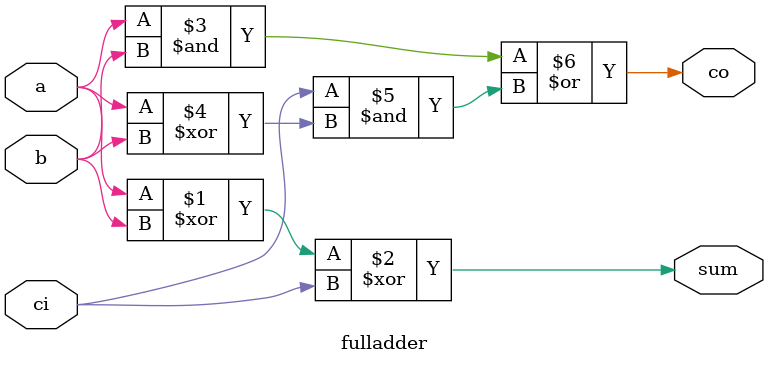
<source format=v>
module fulladder( sum, co, a, b, ci);

  input   a, b, ci;
  output  sum, co;

  assign sum = a^b^ci;
  assign co = (a&b)|ci&(a^b);

endmodule

</source>
